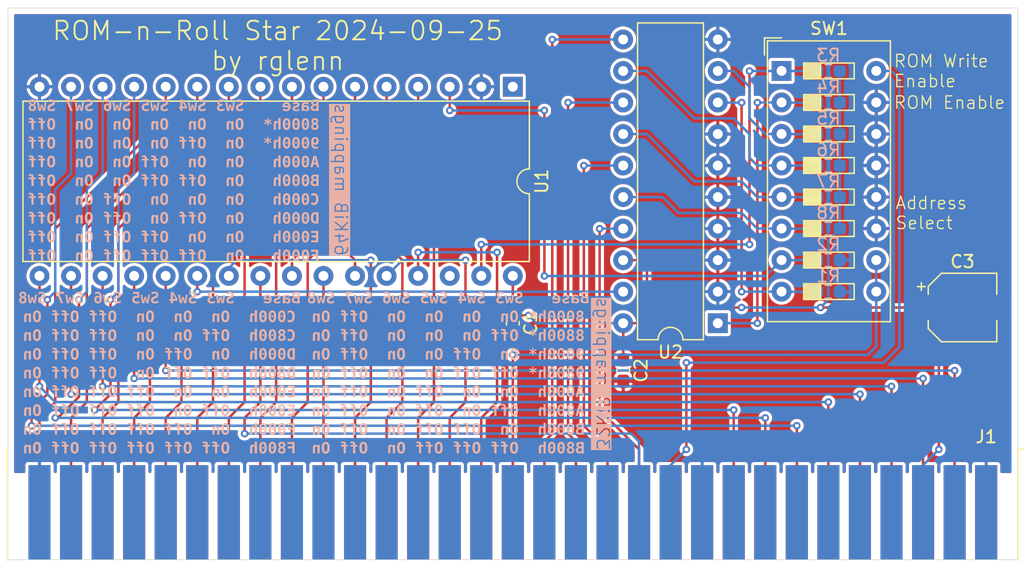
<source format=kicad_pcb>
(kicad_pcb (version 20240108) (generator "pcbnew") (generator_version "8.0")
  (layers (0 "F.Cu" signal) (31 "B.Cu" signal) (34 "B.Paste" user) (35 "F.Paste" user) (36 "B.SilkS" user "B.Silkscreen") (37 "F.SilkS" user "F.Silkscreen") (38 "B.Mask" user) (39 "F.Mask" user) (44 "Edge.Cuts" user))
  (net 0 "")
  (net 1 "GND")
  (net 2 "+5V")
  (net 3 "/IORDY")
  (net 4 "/~{MEMWR}")
  (net 5 "/A13")
  (net 11 "/A15")
  (net 13 "/A11")
  (net 15 "/D2")
  (net 17 "/A0")
  (net 19 "/A16")
  (net 20 "/D1")
  (net 23 "/A9")
  (net 25 "/AEN")
  (net 26 "/A1")
  (net 27 "/A10")
  (net 28 "/A4")
  (net 30 "/A14")
  (net 31 "/A7")
  (net 33 "/A19")
  (net 36 "/D0")
  (net 37 "/D7")
  (net 38 "/A12")
  (net 39 "/A8")
  (net 40 "/D3")
  (net 41 "/D5")
  (net 43 "/RESET")
  (net 44 "/A6")
  (net 46 "/A5")
  (net 50 "/A18")
  (net 52 "/~{MEMRD}")
  (net 53 "/D4")
  (net 55 "/A17")
  (net 56 "/A3")
  (net 57 "/A2")
  (net 60 "/D6")
  (net 61 "/COMPARATOR_A15")
  (net 62 "/FLASH_A15")
  (net 63 "/~{ROMWE}")
  (net 64 "/SW_ROM_EN")
  (net 65 "/SW_ROM_A15")
  (net 66 "/SW_ROM_A16")
  (net 67 "/SW_ROM_A17")
  (net 68 "/SW_ROM_A18")
  (net 69 "Net-(U1-CE)")
  (footprint "Package_DIP:DIP-20_W7.62mm" (layer "F.Cu") (at 130.8 81.275 180)
    (property "Reference" "U2" (at 3.81 -2.33 0) (layer "F.SilkS"))
    (property "Value" "74ALS688")
    (pad "1" thru_hole rect (at 0 0 180) (size 1.6 1.6) (drill 0.8) (layers "*.Cu" "*.Mask") (net 64 "/SW_ROM_EN"))
    (pad "2" thru_hole oval (at 0 2.54 180) (size 1.6 1.6) (drill 0.8) (layers "*.Cu" "*.Mask") (net 1 "GND"))
    (pad "3" thru_hole oval (at 0 5.08 180) (size 1.6 1.6) (drill 0.8) (layers "*.Cu" "*.Mask") (net 1 "GND"))
    (pad "4" thru_hole oval (at 0 7.62 180) (size 1.6 1.6) (drill 0.8) (layers "*.Cu" "*.Mask") (net 1 "GND"))
    (pad "5" thru_hole oval (at 0 10.16 180) (size 1.6 1.6) (drill 0.8) (layers "*.Cu" "*.Mask") (net 1 "GND"))
    (pad "6" thru_hole oval (at 0 12.7 180) (size 1.6 1.6) (drill 0.8) (layers "*.Cu" "*.Mask") (net 1 "GND"))
    (pad "7" thru_hole oval (at 0 15.24 180) (size 1.6 1.6) (drill 0.8) (layers "*.Cu" "*.Mask") (net 1 "GND"))
    (pad "8" thru_hole oval (at 0 17.78 180) (size 1.6 1.6) (drill 0.8) (layers "*.Cu" "*.Mask") (net 61 "/COMPARATOR_A15"))
    (pad "9" thru_hole oval (at 0 20.32 180) (size 1.6 1.6) (drill 0.8) (layers "*.Cu" "*.Mask") (net 65 "/SW_ROM_A15"))
    (pad "10" thru_hole oval (at 0 22.86 180) (size 1.6 1.6) (drill 0.8) (layers "*.Cu" "*.Mask") (net 1 "GND"))
    (pad "11" thru_hole oval (at 7.62 22.86 180) (size 1.6 1.6) (drill 0.8) (layers "*.Cu" "*.Mask") (net 19 "/A16"))
    (pad "12" thru_hole oval (at 7.62 20.32 180) (size 1.6 1.6) (drill 0.8) (layers "*.Cu" "*.Mask") (net 66 "/SW_ROM_A16"))
    (pad "13" thru_hole oval (at 7.62 17.78 180) (size 1.6 1.6) (drill 0.8) (layers "*.Cu" "*.Mask") (net 55 "/A17"))
    (pad "14" thru_hole oval (at 7.62 15.24 180) (size 1.6 1.6) (drill 0.8) (layers "*.Cu" "*.Mask") (net 67 "/SW_ROM_A17"))
    (pad "15" thru_hole oval (at 7.62 12.7 180) (size 1.6 1.6) (drill 0.8) (layers "*.Cu" "*.Mask") (net 50 "/A18"))
    (pad "16" thru_hole oval (at 7.62 10.16 180) (size 1.6 1.6) (drill 0.8) (layers "*.Cu" "*.Mask") (net 68 "/SW_ROM_A18"))
    (pad "17" thru_hole oval (at 7.62 7.62 180) (size 1.6 1.6) (drill 0.8) (layers "*.Cu" "*.Mask") (net 33 "/A19"))
    (pad "18" thru_hole oval (at 7.62 5.08 180) (size 1.6 1.6) (drill 0.8) (layers "*.Cu" "*.Mask") (net 2 "+5V"))
    (pad "19" thru_hole oval (at 7.62 2.54 180) (size 1.6 1.6) (drill 0.8) (layers "*.Cu" "*.Mask") (net 69 "Net-(U1-CE)"))
    (pad "20" thru_hole oval (at 7.62 0 180) (size 1.6 1.6) (drill 0.8) (layers "*.Cu" "*.Mask") (net 2 "+5V"))
  )
  (footprint "Capacitor_SMD:C_0603_1608Metric_Pad1.08x0.95mm_HandSolder" (layer "F.Cu") (at 114.3 81.28 -90)
    (property "Reference" "C1" (at 0 -1.43 90) (layer "F.SilkS"))
    (property "Value" "100n")
    (pad "1" smd roundrect (at -0.8625 0 270) (size 1.075 0.95) (layers "F.Cu" "F.Paste" "F.Mask") (net 2 "+5V"))
    (pad "2" smd roundrect (at 0.8625 0 270) (size 1.075 0.95) (layers "F.Cu" "F.Paste" "F.Mask") (net 1 "GND"))
  )
  (footprint "Capacitor_SMD:C_0603_1608Metric_Pad1.08x0.95mm_HandSolder" (layer "F.Cu") (at 123.19 85.09 -90)
    (property "Reference" "C2" (at 0 -1.43 90) (layer "F.SilkS"))
    (property "Value" "100n")
    (pad "1" smd roundrect (at -0.8625 0 270) (size 1.075 0.95) (layers "F.Cu" "F.Paste" "F.Mask") (net 2 "+5V"))
    (pad "2" smd roundrect (at 0.8625 0 270) (size 1.075 0.95) (layers "F.Cu" "F.Paste" "F.Mask") (net 1 "GND"))
  )
  (footprint "Package_DIP:DIP-32_W15.24mm" (layer "F.Cu") (at 114.3 62.225 -90)
    (property "Reference" "U1" (at 7.62 -2.33 90) (layer "F.SilkS"))
    (property "Value" "SST39SF010")
    (pad "1" thru_hole rect (at 0 0 270) (size 1.6 1.6) (drill 0.8) (layers "*.Cu" "*.Mask"))
    (pad "2" thru_hole oval (at 0 2.54 270) (size 1.6 1.6) (drill 0.8) (layers "*.Cu" "*.Mask") (net 1 "GND"))
    (pad "3" thru_hole oval (at 0 5.08 270) (size 1.6 1.6) (drill 0.8) (layers "*.Cu" "*.Mask") (net 62 "/FLASH_A15"))
    (pad "4" thru_hole oval (at 0 7.62 270) (size 1.6 1.6) (drill 0.8) (layers "*.Cu" "*.Mask") (net 38 "/A12"))
    (pad "5" thru_hole oval (at 0 10.16 270) (size 1.6 1.6) (drill 0.8) (layers "*.Cu" "*.Mask") (net 31 "/A7"))
    (pad "6" thru_hole oval (at 0 12.7 270) (size 1.6 1.6) (drill 0.8) (layers "*.Cu" "*.Mask") (net 44 "/A6"))
    (pad "7" thru_hole oval (at 0 15.24 270) (size 1.6 1.6) (drill 0.8) (layers "*.Cu" "*.Mask") (net 46 "/A5"))
    (pad "8" thru_hole oval (at 0 17.78 270) (size 1.6 1.6) (drill 0.8) (layers "*.Cu" "*.Mask") (net 28 "/A4"))
    (pad "9" thru_hole oval (at 0 20.32 270) (size 1.6 1.6) (drill 0.8) (layers "*.Cu" "*.Mask") (net 56 "/A3"))
    (pad "10" thru_hole oval (at 0 22.86 270) (size 1.6 1.6) (drill 0.8) (layers "*.Cu" "*.Mask") (net 57 "/A2"))
    (pad "11" thru_hole oval (at 0 25.4 270) (size 1.6 1.6) (drill 0.8) (layers "*.Cu" "*.Mask") (net 26 "/A1"))
    (pad "12" thru_hole oval (at 0 27.94 270) (size 1.6 1.6) (drill 0.8) (layers "*.Cu" "*.Mask") (net 17 "/A0"))
    (pad "13" thru_hole oval (at 0 30.48 270) (size 1.6 1.6) (drill 0.8) (layers "*.Cu" "*.Mask") (net 36 "/D0"))
    (pad "14" thru_hole oval (at 0 33.02 270) (size 1.6 1.6) (drill 0.8) (layers "*.Cu" "*.Mask") (net 20 "/D1"))
    (pad "15" thru_hole oval (at 0 35.56 270) (size 1.6 1.6) (drill 0.8) (layers "*.Cu" "*.Mask") (net 15 "/D2"))
    (pad "16" thru_hole oval (at 0 38.1 270) (size 1.6 1.6) (drill 0.8) (layers "*.Cu" "*.Mask") (net 1 "GND"))
    (pad "17" thru_hole oval (at 15.24 38.1 270) (size 1.6 1.6) (drill 0.8) (layers "*.Cu" "*.Mask") (net 40 "/D3"))
    (pad "18" thru_hole oval (at 15.24 35.56 270) (size 1.6 1.6) (drill 0.8) (layers "*.Cu" "*.Mask") (net 53 "/D4"))
    (pad "19" thru_hole oval (at 15.24 33.02 270) (size 1.6 1.6) (drill 0.8) (layers "*.Cu" "*.Mask") (net 41 "/D5"))
    (pad "20" thru_hole oval (at 15.24 30.48 270) (size 1.6 1.6) (drill 0.8) (layers "*.Cu" "*.Mask") (net 60 "/D6"))
    (pad "21" thru_hole oval (at 15.24 27.94 270) (size 1.6 1.6) (drill 0.8) (layers "*.Cu" "*.Mask") (net 37 "/D7"))
    (pad "22" thru_hole oval (at 15.24 25.4 270) (size 1.6 1.6) (drill 0.8) (layers "*.Cu" "*.Mask") (net 69 "Net-(U1-CE)"))
    (pad "23" thru_hole oval (at 15.24 22.86 270) (size 1.6 1.6) (drill 0.8) (layers "*.Cu" "*.Mask") (net 27 "/A10"))
    (pad "24" thru_hole oval (at 15.24 20.32 270) (size 1.6 1.6) (drill 0.8) (layers "*.Cu" "*.Mask") (net 52 "/~{MEMRD}"))
    (pad "25" thru_hole oval (at 15.24 17.78 270) (size 1.6 1.6) (drill 0.8) (layers "*.Cu" "*.Mask") (net 13 "/A11"))
    (pad "26" thru_hole oval (at 15.24 15.24 270) (size 1.6 1.6) (drill 0.8) (layers "*.Cu" "*.Mask") (net 23 "/A9"))
    (pad "27" thru_hole oval (at 15.24 12.7 270) (size 1.6 1.6) (drill 0.8) (layers "*.Cu" "*.Mask") (net 39 "/A8"))
    (pad "28" thru_hole oval (at 15.24 10.16 270) (size 1.6 1.6) (drill 0.8) (layers "*.Cu" "*.Mask") (net 5 "/A13"))
    (pad "29" thru_hole oval (at 15.24 7.62 270) (size 1.6 1.6) (drill 0.8) (layers "*.Cu" "*.Mask") (net 30 "/A14"))
    (pad "30" thru_hole oval (at 15.24 5.08 270) (size 1.6 1.6) (drill 0.8) (layers "*.Cu" "*.Mask"))
    (pad "31" thru_hole oval (at 15.24 2.54 270) (size 1.6 1.6) (drill 0.8) (layers "*.Cu" "*.Mask") (net 63 "/~{ROMWE}"))
    (pad "32" thru_hole oval (at 15.24 0 270) (size 1.6 1.6) (drill 0.8) (layers "*.Cu" "*.Mask") (net 2 "+5V"))
  )
  (footprint "pc-parts:BUS_AT_8BIT" (layer "F.Cu") (at 152.4 96.52)
    (property "Reference" "J1" (at 0 -6.096 0) (layer "F.SilkS"))
    (property "Value" "Bus_ISA_8bit")
    (pad "1" connect rect (at 0 0) (size 1.78 7.62) (layers "B.Cu" "B.Mask") (net 1 "GND"))
    (pad "2" connect rect (at -2.54 0) (size 1.78 7.62) (layers "B.Cu" "B.Mask") (net 43 "/RESET"))
    (pad "3" connect rect (at -5.08 0) (size 1.78 7.62) (layers "B.Cu" "B.Mask") (net 2 "+5V"))
    (pad "4" connect rect (at -7.62 0) (size 1.78 7.62) (layers "B.Cu" "B.Mask"))
    (pad "5" connect rect (at -10.16 0) (size 1.78 7.62) (layers "B.Cu" "B.Mask"))
    (pad "6" connect rect (at -12.7 0) (size 1.78 7.62) (layers "B.Cu" "B.Mask"))
    (pad "7" connect rect (at -15.24 0) (size 1.78 7.62) (layers "B.Cu" "B.Mask"))
    (pad "8" connect rect (at -17.78 0) (size 1.78 7.62) (layers "B.Cu" "B.Mask"))
    (pad "9" connect rect (at -20.32 0) (size 1.78 7.62) (layers "B.Cu" "B.Mask"))
    (pad "10" connect rect (at -22.86 0) (size 1.78 7.62) (layers "B.Cu" "B.Mask") (net 1 "GND"))
    (pad "11" connect rect (at -25.4 0) (size 1.78 7.62) (layers "B.Cu" "B.Mask") (net 4 "/~{MEMWR}"))
    (pad "12" connect rect (at -27.94 0) (size 1.78 7.62) (layers "B.Cu" "B.Mask") (net 52 "/~{MEMRD}"))
    (pad "13" connect rect (at -30.48 0) (size 1.78 7.62) (layers "B.Cu" "B.Mask"))
    (pad "14" connect rect (at -33.02 0) (size 1.78 7.62) (layers "B.Cu" "B.Mask"))
    (pad "15" connect rect (at -35.56 0) (size 1.78 7.62) (layers "B.Cu" "B.Mask"))
    (pad "16" connect rect (at -38.1 0) (size 1.78 7.62) (layers "B.Cu" "B.Mask"))
    (pad "17" connect rect (at -40.64 0) (size 1.78 7.62) (layers "B.Cu" "B.Mask"))
    (pad "18" connect rect (at -43.18 0) (size 1.78 7.62) (layers "B.Cu" "B.Mask"))
    (pad "19" connect rect (at -45.72 0) (size 1.78 7.62) (layers "B.Cu" "B.Mask"))
    (pad "20" connect rect (at -48.26 0) (size 1.78 7.62) (layers "B.Cu" "B.Mask"))
    (pad "21" connect rect (at -50.8 0) (size 1.78 7.62) (layers "B.Cu" "B.Mask"))
    (pad "22" connect rect (at -53.34 0) (size 1.78 7.62) (layers "B.Cu" "B.Mask"))
    (pad "23" connect rect (at -55.88 0) (size 1.78 7.62) (layers "B.Cu" "B.Mask"))
    (pad "24" connect rect (at -58.42 0) (size 1.78 7.62) (layers "B.Cu" "B.Mask"))
    (pad "25" connect rect (at -60.96 0) (size 1.78 7.62) (layers "B.Cu" "B.Mask"))
    (pad "26" connect rect (at -63.5 0) (size 1.78 7.62) (layers "B.Cu" "B.Mask"))
    (pad "27" connect rect (at -66.04 0) (size 1.78 7.62) (layers "B.Cu" "B.Mask"))
    (pad "28" connect rect (at -68.58 0) (size 1.78 7.62) (layers "B.Cu" "B.Mask"))
    (pad "29" connect rect (at -71.12 0) (size 1.78 7.62) (layers "B.Cu" "B.Mask"))
    (pad "30" connect rect (at -73.66 0) (size 1.78 7.62) (layers "B.Cu" "B.Mask"))
    (pad "31" connect rect (at -76.2 0) (size 1.78 7.62) (layers "B.Cu" "B.Mask") (net 1 "GND"))
    (pad "32" connect rect (at 0 0) (size 1.78 7.62) (layers "F.Cu" "F.Mask"))
    (pad "33" connect rect (at -2.54 0) (size 1.78 7.62) (layers "F.Cu" "F.Mask") (net 37 "/D7"))
    (pad "34" connect rect (at -5.08 0) (size 1.78 7.62) (layers "F.Cu" "F.Mask") (net 60 "/D6"))
    (pad "35" connect rect (at -7.62 0) (size 1.78 7.62) (layers "F.Cu" "F.Mask") (net 41 "/D5"))
    (pad "36" connect rect (at -10.16 0) (size 1.78 7.62) (layers "F.Cu" "F.Mask") (net 53 "/D4"))
    (pad "37" connect rect (at -12.7 0) (size 1.78 7.62) (layers "F.Cu" "F.Mask") (net 40 "/D3"))
    (pad "38" connect rect (at -15.24 0) (size 1.78 7.62) (layers "F.Cu" "F.Mask") (net 15 "/D2"))
    (pad "39" connect rect (at -17.78 0) (size 1.78 7.62) (layers "F.Cu" "F.Mask") (net 20 "/D1"))
    (pad "40" connect rect (at -20.32 0) (size 1.78 7.62) (layers "F.Cu" "F.Mask") (net 36 "/D0"))
    (pad "41" connect rect (at -22.86 0) (size 1.78 7.62) (layers "F.Cu" "F.Mask") (net 3 "/IORDY"))
    (pad "42" connect rect (at -25.4 0) (size 1.78 7.62) (layers "F.Cu" "F.Mask") (net 25 "/AEN"))
    (pad "43" connect rect (at -27.94 0) (size 1.78 7.62) (layers "F.Cu" "F.Mask") (net 33 "/A19"))
    (pad "44" connect rect (at -30.48 0) (size 1.78 7.62) (layers "F.Cu" "F.Mask") (net 50 "/A18"))
    (pad "45" connect rect (at -33.02 0) (size 1.78 7.62) (layers "F.Cu" "F.Mask") (net 55 "/A17"))
    (pad "46" connect rect (at -35.56 0) (size 1.78 7.62) (layers "F.Cu" "F.Mask") (net 19 "/A16"))
    (pad "47" connect rect (at -38.1 0) (size 1.78 7.62) (layers "F.Cu" "F.Mask") (net 11 "/A15"))
    (pad "48" connect rect (at -40.64 0) (size 1.78 7.62) (layers "F.Cu" "F.Mask") (net 30 "/A14"))
    (pad "49" connect rect (at -43.18 0) (size 1.78 7.62) (layers "F.Cu" "F.Mask") (net 5 "/A13"))
    (pad "50" connect rect (at -45.72 0) (size 1.78 7.62) (layers "F.Cu" "F.Mask") (net 38 "/A12"))
    (pad "51" connect rect (at -48.26 0) (size 1.78 7.62) (layers "F.Cu" "F.Mask") (net 13 "/A11"))
    (pad "52" connect rect (at -50.8 0) (size 1.78 7.62) (layers "F.Cu" "F.Mask") (net 27 "/A10"))
    (pad "53" connect rect (at -53.34 0) (size 1.78 7.62) (layers "F.Cu" "F.Mask") (net 23 "/A9"))
    (pad "54" connect rect (at -55.88 0) (size 1.78 7.62) (layers "F.Cu" "F.Mask") (net 39 "/A8"))
    (pad "55" connect rect (at -58.42 0) (size 1.78 7.62) (layers "F.Cu" "F.Mask") (net 31 "/A7"))
    (pad "56" connect rect (at -60.96 0) (size 1.78 7.62) (layers "F.Cu" "F.Mask") (net 44 "/A6"))
    (pad "57" connect rect (at -63.5 0) (size 1.78 7.62) (layers "F.Cu" "F.Mask") (net 46 "/A5"))
    (pad "58" connect rect (at -66.04 0) (size 1.78 7.62) (layers "F.Cu" "F.Mask") (net 28 "/A4"))
    (pad "59" connect rect (at -68.58 0) (size 1.78 7.62) (layers "F.Cu" "F.Mask") (net 56 "/A3"))
    (pad "60" connect rect (at -71.12 0) (size 1.78 7.62) (layers "F.Cu" "F.Mask") (net 57 "/A2"))
    (pad "61" connect rect (at -73.66 0) (size 1.78 7.62) (layers "F.Cu" "F.Mask") (net 26 "/A1"))
    (pad "62" connect rect (at -76.2 0) (size 1.78 7.62) (layers "F.Cu" "F.Mask") (net 17 "/A0"))
  )
  (footprint "Capacitor_SMD:CP_Elec_5x5.3" (layer "F.Cu") (at 150.495 80.01)
    (property "Reference" "C3" (at 0 -3.7 0) (layer "F.SilkS"))
    (property "Value" "22u")
    (pad "1" smd roundrect (at -2.2 0) (size 3 1.6) (layers "F.Cu" "F.Paste" "F.Mask") (roundrect_rratio 0.15625) (net 2 "+5V"))
    (pad "2" smd roundrect (at 2.2 0) (size 3 1.6) (layers "F.Cu" "F.Paste" "F.Mask") (roundrect_rratio 0.15625) (net 1 "GND"))
  )
  (footprint "Button_Switch_THT:SW_DIP_SPSTx08_Slide_9.78x22.5mm_W7.62mm_P2.54mm" (layer "F.Cu") (at 135.9325 60.95)
    (property "Reference" "SW1" (at 3.81 -3.42 0) (layer "F.SilkS"))
    (property "Value" "SW_DIP_x08")
    (pad "1" thru_hole rect (at 0 0) (size 1.6 1.6) (drill 0.8) (layers "*.Cu" "*.Mask") (net 63 "/~{ROMWE}"))
    (pad "2" thru_hole oval (at 0 2.54) (size 1.6 1.6) (drill 0.8) (layers "*.Cu" "*.Mask") (net 64 "/SW_ROM_EN"))
    (pad "3" thru_hole oval (at 0 5.08) (size 1.6 1.6) (drill 0.8) (layers "*.Cu" "*.Mask") (net 65 "/SW_ROM_A15"))
    (pad "4" thru_hole oval (at 0 7.62) (size 1.6 1.6) (drill 0.8) (layers "*.Cu" "*.Mask") (net 66 "/SW_ROM_A16"))
    (pad "5" thru_hole oval (at 0 10.16) (size 1.6 1.6) (drill 0.8) (layers "*.Cu" "*.Mask") (net 67 "/SW_ROM_A17"))
    (pad "6" thru_hole oval (at 0 12.7) (size 1.6 1.6) (drill 0.8) (layers "*.Cu" "*.Mask") (net 68 "/SW_ROM_A18"))
    (pad "7" thru_hole oval (at 0 15.24) (size 1.6 1.6) (drill 0.8) (layers "*.Cu" "*.Mask") (net 62 "/FLASH_A15"))
    (pad "8" thru_hole oval (at 0 17.78) (size 1.6 1.6) (drill 0.8) (layers "*.Cu" "*.Mask") (net 61 "/COMPARATOR_A15"))
    (pad "9" thru_hole oval (at 7.62 17.78) (size 1.6 1.6) (drill 0.8) (layers "*.Cu" "*.Mask") (net 11 "/A15"))
    (pad "10" thru_hole oval (at 7.62 15.24) (size 1.6 1.6) (drill 0.8) (layers "*.Cu" "*.Mask") (net 11 "/A15"))
    (pad "11" thru_hole oval (at 7.62 12.7) (size 1.6 1.6) (drill 0.8) (layers "*.Cu" "*.Mask") (net 1 "GND"))
    (pad "12" thru_hole oval (at 7.62 10.16) (size 1.6 1.6) (drill 0.8) (layers "*.Cu" "*.Mask") (net 1 "GND"))
    (pad "13" thru_hole oval (at 7.62 7.62) (size 1.6 1.6) (drill 0.8) (layers "*.Cu" "*.Mask") (net 1 "GND"))
    (pad "14" thru_hole oval (at 7.62 5.08) (size 1.6 1.6) (drill 0.8) (layers "*.Cu" "*.Mask") (net 1 "GND"))
    (pad "15" thru_hole oval (at 7.62 2.54) (size 1.6 1.6) (drill 0.8) (layers "*.Cu" "*.Mask") (net 1 "GND"))
    (pad "16" thru_hole oval (at 7.62 0) (size 1.6 1.6) (drill 0.8) (layers "*.Cu" "*.Mask") (net 4 "/~{MEMWR}"))
  )
  (footprint "Resistor_SMD:R_0603_1608Metric_Pad0.98x0.95mm_HandSolder" (layer "B.Cu") (at 139.7 66.04 180)
    (property "Reference" "R5" (at 0 1.27 0) (layer "B.SilkS") (effects (justify mirror)))
    (property "Value" "10K")
    (pad "1" smd roundrect (at -0.9125 0 180) (size 0.975 0.95) (layers "B.Cu" "B.Paste" "B.Mask") (net 2 "+5V"))
    (pad "2" smd roundrect (at 0.9125 0 180) (size 0.975 0.95) (layers "B.Cu" "B.Paste" "B.Mask") (net 65 "/SW_ROM_A15"))
  )
  (footprint "Resistor_SMD:R_0603_1608Metric_Pad0.98x0.95mm_HandSolder" (layer "B.Cu") (at 139.7 78.74)
    (property "Reference" "R1" (at 0 -1.27 0) (layer "B.SilkS") (effects (justify mirror)))
    (property "Value" "10K")
    (pad "1" smd roundrect (at -0.9125 0) (size 0.975 0.95) (layers "B.Cu" "B.Paste" "B.Mask") (net 61 "/COMPARATOR_A15"))
    (pad "2" smd roundrect (at 0.9125 0) (size 0.975 0.95) (layers "B.Cu" "B.Paste" "B.Mask") (net 1 "GND"))
  )
  (footprint "Resistor_SMD:R_0603_1608Metric_Pad0.98x0.95mm_HandSolder" (layer "B.Cu") (at 139.7 63.5 180)
    (property "Reference" "R4" (at 0 1.27 0) (layer "B.SilkS") (effects (justify mirror)))
    (property "Value" "10K")
    (pad "1" smd roundrect (at -0.9125 0 180) (size 0.975 0.95) (layers "B.Cu" "B.Paste" "B.Mask") (net 2 "+5V"))
    (pad "2" smd roundrect (at 0.9125 0 180) (size 0.975 0.95) (layers "B.Cu" "B.Paste" "B.Mask") (net 64 "/SW_ROM_EN"))
  )
  (footprint "Resistor_SMD:R_0603_1608Metric_Pad0.98x0.95mm_HandSolder" (layer "B.Cu") (at 139.7 71.12 180)
    (property "Reference" "R7" (at 0 1.27 0) (layer "B.SilkS") (effects (justify mirror)))
    (property "Value" "10K")
    (pad "1" smd roundrect (at -0.9125 0 180) (size 0.975 0.95) (layers "B.Cu" "B.Paste" "B.Mask") (net 2 "+5V"))
    (pad "2" smd roundrect (at 0.9125 0 180) (size 0.975 0.95) (layers "B.Cu" "B.Paste" "B.Mask") (net 67 "/SW_ROM_A17"))
  )
  (footprint "Resistor_SMD:R_0603_1608Metric_Pad0.98x0.95mm_HandSolder" (layer "B.Cu") (at 139.7 68.58 180)
    (property "Reference" "R6" (at 0 1.27 0) (layer "B.SilkS") (effects (justify mirror)))
    (property "Value" "10K")
    (pad "1" smd roundrect (at -0.9125 0 180) (size 0.975 0.95) (layers "B.Cu" "B.Paste" "B.Mask") (net 2 "+5V"))
    (pad "2" smd roundrect (at 0.9125 0 180) (size 0.975 0.95) (layers "B.Cu" "B.Paste" "B.Mask") (net 66 "/SW_ROM_A16"))
  )
  (footprint "Resistor_SMD:R_0603_1608Metric_Pad0.98x0.95mm_HandSolder" (layer "B.Cu") (at 139.7 73.66 180)
    (property "Reference" "R8" (at 0 1.27 0) (layer "B.SilkS") (effects (justify mirror)))
    (property "Value" "10K")
    (pad "1" smd roundrect (at -0.9125 0 180) (size 0.975 0.95) (layers "B.Cu" "B.Paste" "B.Mask") (net 2 "+5V"))
    (pad "2" smd roundrect (at 0.9125 0 180) (size 0.975 0.95) (layers "B.Cu" "B.Paste" "B.Mask") (net 68 "/SW_ROM_A18"))
  )
  (footprint "Resistor_SMD:R_0603_1608Metric_Pad0.98x0.95mm_HandSolder" (layer "B.Cu") (at 139.7 76.2 180)
    (property "Reference" "R2" (at 0 1.27 0) (layer "B.SilkS") (effects (justify mirror)))
    (property "Value" "10K")
    (pad "1" smd roundrect (at -0.9125 0 180) (size 0.975 0.95) (layers "B.Cu" "B.Paste" "B.Mask") (net 1 "GND"))
    (pad "2" smd roundrect (at 0.9125 0 180) (size 0.975 0.95) (layers "B.Cu" "B.Paste" "B.Mask") (net 62 "/FLASH_A15"))
  )
  (footprint "Resistor_SMD:R_0603_1608Metric_Pad0.98x0.95mm_HandSolder" (layer "B.Cu") (at 139.7 60.96 180)
    (property "Reference" "R3" (at 0 1.27 0) (layer "B.SilkS") (effects (justify mirror)))
    (property "Value" "10K")
    (pad "1" smd roundrect (at -0.9125 0 180) (size 0.975 0.95) (layers "B.Cu" "B.Paste" "B.Mask") (net 2 "+5V"))
    (pad "2" smd roundrect (at 0.9125 0 180) (size 0.975 0.95) (layers "B.Cu" "B.Paste" "B.Mask") (net 63 "/~{ROMWE}"))
  )
  (gr_line (start 73.66 100.33) (end 154.94 100.33) (stroke (width 0.05)) (layer "Edge.Cuts"))
  (gr_line (start 154.94 55.88) (end 73.66 55.88) (stroke (width 0.05)) (layer "Edge.Cuts"))
  (gr_line (start 154.94 100.33) (end 154.94 55.88) (stroke (width 0.05)) (layer "Edge.Cuts"))
  (gr_line (start 73.66 55.88) (end 73.66 100.33) (stroke (width 0.05)) (layer "Edge.Cuts"))
  (gr_text "Base   Sw3 Sw4 Sw5 Sw6 Sw7 Sw8\n8000h* On  On  On  On  Off On\n8800h* Off On  On  On  Off On\n9000h* On  Off On  On  Off On\n9800h* Off Off On  On  Off On\nA000h  On  On  Off On  Off On\nA800h  Off On  Off On  Off On\nB000h  On  Off Off On  Off On\nB800h  Off Off Off On  Off On" (at 109.093 85.344 0) (layer "B.SilkS") (effects (font (size 0.9 0.9) (thickness 0.2) (bold yes)) (justify mirror)))
  (gr_text "64KiB mappings" (at 100.457 69.723 -90) (layer "B.SilkS" knockout) (effects (font (size 1 1) (thickness 0.1)) (justify mirror)))
  (gr_text "32KiB mappings" (at 121.539 85.344 270) (layer "B.SilkS" knockout) (effects (font (size 1 1) (thickness 0.1)) (justify mirror)))
  (gr_text "Base    Sw3 Sw4 Sw5 Sw6 Sw7 Sw8\n8000h*  On  On  On  On  On  Off\n9000h*  On  Off On  On  On  Off\nA000h   On  On  Off On  On  Off\nB000h   On  Off Off On  On  Off\nC000h   On  On  On  Off On  Off\nD000h   On  Off On  Off On  Off\nE000h   On  On  Off Off On  Off\nF000h   On  Off Off Off On  Off" (at 86.995 69.85 0) (layer "B.SilkS") (effects (font (size 0.9 0.9) (thickness 0.2) (bold yes)) (justify mirror)))
  (gr_text "Base   Sw3 Sw4 Sw5 Sw6 Sw7 Sw8\nC000h  On  On  On  Off Off On\nC800h  Off On  On  Off Off On\nD000h  On  Off On  Off Off On\nD800h  Off Off On  Off Off On\nE000h  On  On  Off Off Off On\nE800h  Off On  Off Off Off On\nF000h  On  Off Off Off Off On\nF800h  Off Off Off Off Off On" (at 85.852 85.344 0) (layer "B.SilkS") (effects (font (size 0.9 0.9) (thickness 0.2) (bold yes)) (justify mirror)))
  (gr_text "ROM Write\nEnable" (at 144.907 60.96 0) (layer "F.SilkS") (effects (font (size 1 1) (thickness 0.1)) (justify left)))
  (gr_text "ROM Enable" (at 144.907 63.5 0) (layer "F.SilkS") (effects (font (size 1 1) (thickness 0.1)) (justify left)))
  (gr_text "ROM-n-Roll Star 2024-09-25\nby rglenn" (at 95.377 58.928 0) (layer "F.SilkS") (effects (font (size 1.5 1.5))))
  (gr_text "Address\nSelect" (at 145.034 72.39 0) (layer "F.SilkS") (effects (font (size 1 1) (thickness 0.1)) (justify left)))
  (segment (start 115.57 80.645) (end 114.5275 80.645) (width 0.2) (layer "F.Cu") (net 2))
  (segment (start 139.065 80.01) (end 148.295 80.01) (width 0.2) (layer "F.Cu") (net 2))
  (segment (start 114.3 80.4175) (end 114.3 77.465) (width 0.2) (layer "F.Cu") (net 2))
  (segment (start 148.59 80.305) (end 148.295 80.01) (width 0.2) (layer "F.Cu") (net 2))
  (segment (start 124.455 76.195) (end 123.18 76.195) (width 0.2) (layer "F.Cu") (net 2))
  (segment (start 114.5275 80.645) (end 114.3 80.4175) (width 0.2) (layer "F.Cu") (net 2))
  (segment (start 125.095 80.01) (end 132.715 80.01) (width 0.2) (layer "F.Cu") (net 2))
  (segment (start 125.095 76.835) (end 124.455 76.195) (width 0.2) (layer "F.Cu") (net 2))
  (segment (start 125.095 80.01) (end 125.095 76.835) (width 0.2) (layer "F.Cu") (net 2))
  (segment (start 123.19 84.2275) (end 123.19 81.285) (width 0.2) (layer "F.Cu") (net 2))
  (segment (start 125.095 80.645) (end 125.095 80.01) (width 0.2) (layer "F.Cu") (net 2))
  (segment (start 123.18 81.275) (end 124.465 81.275) (width 0.2) (layer "F.Cu") (net 2))
  (segment (start 124.465 81.275) (end 125.095 80.645) (width 0.2) (layer "F.Cu") (net 2))
  (segment (start 148.59 91.44) (end 148.59 80.305) (width 0.2) (layer "F.Cu") (net 2))
  (segment (start 123.19 81.285) (end 123.18 81.275) (width 0.2) (layer "F.Cu") (net 2))
  (via (at 115.57 80.645) (size 0.6) (drill 0.3) (layers "F.Cu" "B.Cu") (net 2))
  (via (at 139.065 80.01) (size 0.6) (drill 0.3) (layers "F.Cu" "B.Cu") (net 2))
  (via (at 132.715 80.01) (size 0.6) (drill 0.3) (layers "F.Cu" "B.Cu") (net 2))
  (via (at 148.59 91.44) (size 0.6) (drill 0.3) (layers "F.Cu" "B.Cu") (net 2))
  (segment (start 140.6125 68.58) (end 140.6125 71.12) (width 0.2) (layer "B.Cu") (net 2))
  (segment (start 140.6125 60.96) (end 140.6125 63.5) (width 0.2) (layer "B.Cu") (net 2))
  (segment (start 140.6125 63.5) (end 140.6125 66.04) (width 0.2) (layer "B.Cu") (net 2))
  (segment (start 139.7 74.5725) (end 140.6125 73.66) (width 0.2) (layer "B.Cu") (net 2))
  (segment (start 147.32 96.52) (end 147.32 92.71) (width 0.2) (layer "B.Cu") (net 2))
  (segment (start 139.065 80.01) (end 139.7 79.375) (width 0.2) (layer "B.Cu") (net 2))
  (segment (start 132.715 80.01) (end 139.065 80.01) (width 0.2) (layer "B.Cu") (net 2))
  (segment (start 116.2 81.275) (end 115.57 80.645) (width 0.2) (layer "B.Cu") (net 2))
  (segment (start 147.32 92.71) (end 148.59 91.44) (width 0.2) (layer "B.Cu") (net 2))
  (segment (start 140.6125 66.04) (end 140.6125 68.58) (width 0.2) (layer "B.Cu") (net 2))
  (segment (start 123.18 81.275) (end 116.2 81.275) (width 0.2) (layer "B.Cu") (net 2))
  (segment (start 139.7 79.375) (end 139.7 74.5725) (width 0.2) (layer "B.Cu") (net 2))
  (segment (start 140.6125 71.12) (end 140.6125 73.66) (width 0.2) (layer "B.Cu") (net 2))
  (segment (start 128.27 91.44) (end 128.27 84.455) (width 0.2) (layer "F.Cu") (net 4))
  (via (at 128.27 84.455) (size 0.6) (drill 0.3) (layers "F.Cu" "B.Cu") (net 4))
  (via (at 128.27 91.44) (size 0.6) (drill 0.3) (layers "F.Cu" "B.Cu") (net 4))
  (segment (start 144.77 60.95) (end 143.5525 60.95) (width 0.2) (layer "B.Cu") (net 4))
  (segment (start 127 92.71) (end 128.27 91.44) (width 0.2) (layer "B.Cu") (net 4))
  (segment (start 145.415 83.185) (end 145.415 61.595) (width 0.2) (layer "B.Cu") (net 4))
  (segment (start 127 96.52) (end 127 92.71) (width 0.2) (layer "B.Cu") (net 4))
  (segment (start 144.145 84.455) (end 145.415 83.185) (width 0.2) (layer "B.Cu") (net 4))
  (segment (start 145.415 61.595) (end 144.77 60.95) (width 0.2) (layer "B.Cu") (net 4))
  (segment (start 128.27 84.455) (end 144.145 84.455) (width 0.2) (layer "B.Cu") (net 4))
  (segment (start 110.49 87.63) (end 110.49 76.2) (width 0.2) (layer "F.Cu") (net 5))
  (segment (start 109.22 88.9) (end 110.49 87.63) (width 0.2) (layer "F.Cu") (net 5))
  (segment (start 109.22 96.52) (end 109.22 88.9) (width 0.2) (layer "F.Cu") (net 5))
  (via (at 110.49 76.2) (size 0.6) (drill 0.3) (layers "F.Cu" "B.Cu") (net 5))
  (segment (start 105.405 76.2) (end 104.14 77.465) (width 0.2) (layer "B.Cu") (net 5))
  (segment (start 110.49 76.2) (end 105.405 76.2) (width 0.2) (layer "B.Cu") (net 5))
  (segment (start 114.3 83.82) (end 114.3 96.52) (width 0.2) (layer "F.Cu") (net 11))
  (via (at 114.3 83.82) (size 0.6) (drill 0.3) (layers "F.Cu" "B.Cu") (net 11))
  (segment (start 143.5525 78.73) (end 143.5525 83.1425) (width 0.2) (layer "B.Cu") (net 11))
  (segment (start 143.5525 76.19) (end 143.5525 78.73) (width 0.2) (layer "B.Cu") (net 11))
  (segment (start 136.525 83.82) (end 114.3 83.82) (width 0.2) (layer "B.Cu") (net 11))
  (segment (start 143.5525 83.1425) (end 142.875 83.82) (width 0.2) (layer "B.Cu") (net 11))
  (segment (start 142.875 83.82) (end 136.525 83.82) (width 0.2) (layer "B.Cu") (net 11))
  (segment (start 104.14 88.9) (end 105.41 87.63) (width 0.2) (layer "F.Cu") (net 13))
  (segment (start 104.14 74.93) (end 97.79 74.93) (width 0.2) (layer "F.Cu") (net 13))
  (segment (start 105.41 76.2) (end 104.14 74.93) (width 0.2) (layer "F.Cu") (net 13))
  (segment (start 105.41 87.63) (end 105.41 76.2) (width 0.2) (layer "F.Cu") (net 13))
  (segment (start 96.52 76.2) (end 96.52 77.465) (width 0.2) (layer "F.Cu") (net 13))
  (segment (start 104.14 96.52) (end 104.14 88.9) (width 0.2) (layer "F.Cu") (net 13))
  (segment (start 97.79 74.93) (end 96.52 76.2) (width 0.2) (layer "F.Cu") (net 13))
  (segment (start 137.16 96.52) (end 137.16 89.535) (width 0.2) (layer "F.Cu") (net 15))
  (segment (start 76.835 86.995) (end 76.835 79.375) (width 0.2) (layer "F.Cu") (net 15))
  (segment (start 75.565 89.535) (end 75.565 88.265) (width 0.2) (layer "F.Cu") (net 15))
  (segment (start 75.565 88.265) (end 76.835 86.995) (width 0.2) (layer "F.Cu") (net 15))
  (via (at 137.16 89.535) (size 0.6) (drill 0.3) (layers "F.Cu" "B.Cu") (net 15))
  (via (at 76.835 79.375) (size 0.6) (drill 0.3) (layers "F.Cu" "B.Cu") (net 15))
  (via (at 75.565 89.535) (size 0.6) (drill 0.3) (layers "F.Cu" "B.Cu") (net 15))
  (segment (start 76.835 79.375) (end 77.47 78.74) (width 0.2) (layer "B.Cu") (net 15))
  (segment (start 77.47 78.74) (end 77.47 70.485) (width 0.2) (layer "B.Cu") (net 15))
  (segment (start 78.74 69.215) (end 78.74 62.225) (width 0.2) (layer "B.Cu") (net 15))
  (segment (start 77.47 70.485) (end 78.74 69.215) (width 0.2) (layer "B.Cu") (net 15))
  (segment (start 75.565 89.535) (end 137.16 89.535) (width 0.2) (layer "B.Cu") (net 15))
  (segment (start 86.36 62.225) (end 86.36 64.77) (width 0.2) (layer "F.Cu") (net 17))
  (segment (start 86.36 64.77) (end 77.47 73.66) (width 0.2) (layer "F.Cu") (net 17))
  (segment (start 77.47 73.66) (end 77.47 87.63) (width 0.2) (layer "F.Cu") (net 17))
  (segment (start 77.47 87.63) (end 76.2 88.9) (width 0.2) (layer "F.Cu") (net 17))
  (segment (start 76.2 88.9) (end 76.2 96.52) (width 0.2) (layer "F.Cu") (net 17))
  (segment (start 117.475 58.42) (end 117.475 90.17) (width 0.2) (layer "F.Cu") (net 19))
  (segment (start 116.84 90.805) (end 116.84 96.52) (width 0.2) (layer "F.Cu") (net 19))
  (segment (start 117.475 90.17) (end 116.84 90.805) (width 0.2) (layer "F.Cu") (net 19))
  (via (at 117.475 58.42) (size 0.6) (drill 0.3) (layers "F.Cu" "B.Cu") (net 19))
  (segment (start 117.48 58.415) (end 117.475 58.42) (width 0.2) (layer "B.Cu") (net 19))
  (segment (start 123.18 58.415) (end 117.48 58.415) (width 0.2) (layer "B.Cu") (net 19))
  (segment (start 77.47 88.9) (end 77.683529 88.9) (width 0.2) (layer "F.Cu") (net 20))
  (segment (start 79.375 87.208529) (end 79.375 79.375) (width 0.2) (layer "F.Cu") (net 20))
  (segment (start 77.683529 88.9) (end 79.375 87.208529) (width 0.2) (layer "F.Cu") (net 20))
  (segment (start 134.62 88.9) (end 134.62 96.52) (width 0.2) (layer "F.Cu") (net 20))
  (via (at 77.47 88.9) (size 0.6) (drill 0.3) (layers "F.Cu" "B.Cu") (net 20))
  (via (at 79.375 79.375) (size 0.6) (drill 0.3) (layers "F.Cu" "B.Cu") (net 20))
  (via (at 134.62 88.9) (size 0.6) (drill 0.3) (layers "F.Cu" "B.Cu") (net 20))
  (segment (start 80.01 70.485) (end 81.28 69.215) (width 0.2) (layer "B.Cu") (net 20))
  (segment (start 81.28 69.215) (end 81.28 62.225) (width 0.2) (layer "B.Cu") (net 20))
  (segment (start 77.47 88.9) (end 134.62 88.9) (width 0.2) (layer "B.Cu") (net 20))
  (segment (start 80.01 78.74) (end 80.01 70.485) (width 0.2) (layer "B.Cu") (net 20))
  (segment (start 79.375 79.375) (end 80.01 78.74) (width 0.2) (layer "B.Cu") (net 20))
  (segment (start 99.06 96.52) (end 99.06 77.465) (width 0.2) (layer "F.Cu") (net 23))
  (segment (start 88.9 64.77) (end 80.01 73.66) (width 0.2) (layer "F.Cu") (net 26))
  (segment (start 80.01 87.63) (end 78.74 88.9) (width 0.2) (layer "F.Cu") (net 26))
  (segment (start 88.9 62.225) (end 88.9 64.77) (width 0.2) (layer "F.Cu") (net 26))
  (segment (start 80.01 73.66) (end 80.01 87.63) (width 0.2) (layer "F.Cu") (net 26))
  (segment (start 78.74 88.9) (end 78.74 96.52) (width 0.2) (layer "F.Cu") (net 26))
  (segment (start 101.6 88.9) (end 102.87 87.63) (width 0.2) (layer "F.Cu") (net 27))
  (segment (start 101.6 96.52) (end 101.6 88.9) (width 0.2) (layer "F.Cu") (net 27))
  (segment (start 102.87 87.63) (end 102.87 76.2) (width 0.2) (layer "F.Cu") (net 27))
  (via (at 102.87 76.2) (size 0.6) (drill 0.3) (layers "F.Cu" "B.Cu") (net 27))
  (segment (start 91.44 76.835) (end 91.44 77.465) (width 0.2) (layer "B.Cu") (net 27))
  (segment (start 102.87 76.2) (end 92.075 76.2) (width 0.2) (layer "B.Cu") (net 27))
  (segment (start 92.075 76.2) (end 91.44 76.835) (width 0.2) (layer "B.Cu") (net 27))
  (segment (start 87.63 87.63) (end 86.36 88.9) (width 0.2) (layer "F.Cu") (net 28))
  (segment (start 96.52 62.225) (end 96.52 64.77) (width 0.2) (layer "F.Cu") (net 28))
  (segment (start 87.63 73.66) (end 87.63 87.63) (width 0.2) (layer "F.Cu") (net 28))
  (segment (start 96.52 64.77) (end 87.63 73.66) (width 0.2) (layer "F.Cu") (net 28))
  (segment (start 86.36 88.9) (end 86.36 96.52) (width 0.2) (layer "F.Cu") (net 28))
  (segment (start 111.76 88.9) (end 113.03 87.63) (width 0.2) (layer "F.Cu") (net 30))
  (segment (start 106.68 75.565) (end 106.68 77.465) (width 0.2) (layer "F.Cu") (net 30))
  (segment (start 113.03 87.63) (end 113.03 75.565) (width 0.2) (layer "F.Cu") (net 30))
  (segment (start 111.76 96.52) (end 111.76 88.9) (width 0.2) (layer "F.Cu") (net 30))
  (via (at 113.03 75.565) (size 0.6) (drill 0.3) (layers "F.Cu" "B.Cu") (net 30))
  (via (at 106.68 75.565) (size 0.6) (drill 0.3) (layers "F.Cu" "B.Cu") (net 30))
  (segment (start 113.03 75.565) (end 106.68 75.565) (width 0.2) (layer "B.Cu") (net 30))
  (segment (start 104.14 62.225) (end 104.14 64.77) (width 0.2) (layer "F.Cu") (net 31))
  (segment (start 104.14 64.77) (end 95.25 73.66) (width 0.2) (layer "F.Cu") (net 31))
  (segment (start 93.98 88.9) (end 93.98 96.52) (width 0.2) (layer "F.Cu") (net 31))
  (segment (start 95.25 73.66) (end 95.25 87.63) (width 0.2) (layer "F.Cu") (net 31))
  (segment (start 95.25 87.63) (end 93.98 88.9) (width 0.2) (layer "F.Cu") (net 31))
  (segment (start 121.285 88.265) (end 124.46 91.44) (width 0.2) (layer "F.Cu") (net 33))
  (segment (start 121.285 73.66) (end 121.285 88.265) (width 0.2) (layer "F.Cu") (net 33))
  (segment (start 124.46 91.44) (end 124.46 96.52) (width 0.2) (layer "F.Cu") (net 33))
  (via (at 121.285 73.66) (size 0.6) (drill 0.3) (layers "F.Cu" "B.Cu") (net 33))
  (segment (start 121.29 73.655) (end 121.285 73.66) (width 0.2) (layer "B.Cu") (net 33))
  (segment (start 123.18 73.655) (end 121.29 73.655) (width 0.2) (layer "B.Cu") (net 33))
  (segment (start 81.915 86.995) (end 81.915 79.375) (width 0.2) (layer "F.Cu") (net 36))
  (segment (start 80.645 88.265) (end 81.915 86.995) (width 0.2) (layer "F.Cu") (net 36))
  (segment (start 132.08 88.265) (end 132.08 96.52) (width 0.2) (layer "F.Cu") (net 36))
  (via (at 132.08 88.265) (size 0.6) (drill 0.3) (layers "F.Cu" "B.Cu") (net 36))
  (via (at 80.645 88.265) (size 0.6) (drill 0.3) (layers "F.Cu" "B.Cu") (net 36))
  (via (at 81.915 79.375) (size 0.6) (drill 0.3) (layers "F.Cu" "B.Cu") (net 36))
  (segment (start 82.55 78.74) (end 82.55 70.485) (width 0.2) (layer "B.Cu") (net 36))
  (segment (start 80.645 88.265) (end 132.08 88.265) (width 0.2) (layer "B.Cu") (net 36))
  (segment (start 83.82 69.215) (end 83.82 62.225) (width 0.2) (layer "B.Cu") (net 36))
  (segment (start 81.915 79.375) (end 82.55 78.74) (width 0.2) (layer "B.Cu") (net 36))
  (segment (start 82.55 70.485) (end 83.82 69.215) (width 0.2) (layer "B.Cu") (net 36))
  (segment (start 149.86 85.09) (end 149.86 96.52) (width 0.2) (layer "F.Cu") (net 37))
  (segment (start 86.36 77.465) (end 86.36 85.09) (width 0.2) (layer "F.Cu") (net 37))
  (via (at 86.36 85.09) (size 0.6) (drill 0.3) (layers "F.Cu" "B.Cu") (net 37))
  (via (at 149.86 85.09) (size 0.6) (drill 0.3) (layers "F.Cu" "B.Cu") (net 37))
  (segment (start 86.36 85.09) (end 149.86 85.09) (width 0.2) (layer "B.Cu") (net 37))
  (segment (start 107.95 87.63) (end 107.95 70.485) (width 0.2) (layer "F.Cu") (net 38))
  (segment (start 106.68 88.9) (end 107.95 87.63) (width 0.2) (layer "F.Cu") (net 38))
  (segment (start 107.95 70.485) (end 106.68 69.215) (width 0.2) (layer "F.Cu") (net 38))
  (segment (start 106.68 96.52) (end 106.68 88.9) (width 0.2) (layer "F.Cu") (net 38))
  (segment (start 106.68 69.215) (end 106.68 62.225) (width 0.2) (layer "F.Cu") (net 38))
  (segment (start 97.79 87.63) (end 97.79 76.2) (width 0.2) (layer "F.Cu") (net 39))
  (segment (start 98.425 75.565) (end 100.965 75.565) (width 0.2) (layer "F.Cu") (net 39))
  (segment (start 101.6 76.2) (end 101.6 77.465) (width 0.2) (layer "F.Cu") (net 39))
  (segment (start 97.79 76.2) (end 98.425 75.565) (width 0.2) (layer "F.Cu") (net 39))
  (segment (start 100.965 75.565) (end 101.6 76.2) (width 0.2) (layer "F.Cu") (net 39))
  (segment (start 96.52 96.52) (end 96.52 88.9) (width 0.2) (layer "F.Cu") (net 39))
  (segment (start 96.52 88.9) (end 97.79 87.63) (width 0.2) (layer "F.Cu") (net 39))
  (segment (start 139.7 87.63) (end 139.7 96.52) (width 0.2) (layer "F.Cu") (net 40))
  (segment (start 76.2 77.465) (end 76.2 86.36) (width 0.2) (layer "F.Cu") (net 40))
  (via (at 139.7 87.63) (size 0.6) (drill 0.3) (layers "F.Cu" "B.Cu") (net 40))
  (via (at 76.2 86.36) (size 0.6) (drill 0.3) (layers "F.Cu" "B.Cu") (net 40))
  (segment (start 76.2 86.36) (end 77.47 87.63) (width 0.2) (layer "B.Cu") (net 40))
  (segment (start 77.47 87.63) (end 139.7 87.63) (width 0.2) (layer "B.Cu") (net 40))
  (segment (start 81.28 77.465) (end 81.28 86.36) (width 0.2) (layer "F.Cu") (net 41))
  (segment (start 144.78 86.36) (end 144.78 96.52) (width 0.2) (layer "F.Cu") (net 41))
  (via (at 144.78 86.36) (size 0.6) (drill 0.3) (layers "F.Cu" "B.Cu") (net 41))
  (via (at 81.28 86.36) (size 0.6) (drill 0.3) (layers "F.Cu" "B.Cu") (net 41))
  (segment (start 81.28 86.36) (end 144.78 86.36) (width 0.2) (layer "B.Cu") (net 41))
  (segment (start 92.71 73.66) (end 92.71 87.63) (width 0.2) (layer "F.Cu") (net 44))
  (segment (start 91.44 88.9) (end 91.44 96.52) (width 0.2) (layer "F.Cu") (net 44))
  (segment (start 101.6 64.77) (end 92.71 73.66) (width 0.2) (layer "F.Cu") (net 44))
  (segment (start 101.6 62.225) (end 101.6 64.77) (width 0.2) (layer "F.Cu") (net 44))
  (segment (start 92.71 87.63) (end 91.44 88.9) (width 0.2) (layer "F.Cu") (net 44))
  (segment (start 88.9 88.9) (end 88.9 96.52) (width 0.2) (layer "F.Cu") (net 46))
  (segment (start 90.17 73.66) (end 90.17 87.63) (width 0.2) (layer "F.Cu") (net 46))
  (segment (start 90.17 87.63) (end 88.9 88.9) (width 0.2) (layer "F.Cu") (net 46))
  (segment (start 99.06 62.225) (end 99.06 64.77) (width 0.2) (layer "F.Cu") (net 46))
  (segment (start 99.06 64.77) (end 90.17 73.66) (width 0.2) (layer "F.Cu") (net 46))
  (segment (start 120.015 89.535) (end 121.92 91.44) (width 0.2) (layer "F.Cu") (net 50))
  (segment (start 121.92 91.44) (end 121.92 96.52) (width 0.2) (layer "F.Cu") (net 50))
  (segment (start 120.015 68.58) (end 120.015 89.535) (width 0.2) (layer "F.Cu") (net 50))
  (via (at 120.015 68.58) (size 0.6) (drill 0.3) (layers "F.Cu" "B.Cu") (net 50))
  (segment (start 120.02 68.575) (end 120.015 68.58) (width 0.2) (layer "B.Cu") (net 50))
  (segment (start 123.18 68.575) (end 120.02 68.575) (width 0.2) (layer "B.Cu") (net 50))
  (segment (start 92.71 88.9) (end 93.98 87.63) (width 0.2) (layer "F.Cu") (net 52))
  (segment (start 93.98 87.63) (end 93.98 77.465) (width 0.2) (layer "F.Cu") (net 52))
  (segment (start 92.71 90.17) (end 92.71 88.9) (width 0.2) (layer "F.Cu") (net 52))
  (via (at 92.71 90.17) (size 0.6) (drill 0.3) (layers "F.Cu" "B.Cu") (net 52))
  (segment (start 124.46 90.805) (end 123.825 90.17) (width 0.2) (layer "B.Cu") (net 52))
  (segment (start 124.46 96.52) (end 124.46 90.805) (width 0.2) (layer "B.Cu") (net 52))
  (segment (start 123.825 90.17) (end 92.71 90.17) (width 0.2) (layer "B.Cu") (net 52))
  (segment (start 78.74 77.465) (end 78.74 86.995) (width 0.2) (layer "F.Cu") (net 53))
  (segment (start 142.24 86.995) (end 142.24 96.52) (width 0.2) (layer "F.Cu") (net 53))
  (via (at 78.74 86.995) (size 0.6) (drill 0.3) (layers "F.Cu" "B.Cu") (net 53))
  (via (at 142.24 86.995) (size 0.6) (drill 0.3) (layers "F.Cu" "B.Cu") (net 53))
  (segment (start 78.74 86.995) (end 142.24 86.995) (width 0.2) (layer "B.Cu") (net 53))
  (segment (start 119.38 90.805) (end 119.38 96.52) (width 0.2) (layer "F.Cu") (net 55))
  (segment (start 118.745 63.5) (end 118.745 90.17) (width 0.2) (layer "F.Cu") (net 55))
  (segment (start 118.745 90.17) (end 119.38 90.805) (width 0.2) (layer "F.Cu") (net 55))
  (via (at 118.745 63.5) (size 0.6) (drill 0.3) (layers "F.Cu" "B.Cu") (net 55))
  (segment (start 118.75 63.495) (end 118.745 63.5) (width 0.2) (layer "B.Cu") (net 55))
  (segment (start 123.18 63.495) (end 118.75 63.495) (width 0.2) (layer "B.Cu") (net 55))
  (segment (start 85.09 73.66) (end 85.09 87.63) (width 0.2) (layer "F.Cu") (net 56))
  (segment (start 93.98 62.225) (end 93.98 64.77) (width 0.2) (layer "F.Cu") (net 56))
  (segment (start 85.09 87.63) (end 83.82 88.9) (width 0.2) (layer "F.Cu") (net 56))
  (segment (start 93.98 64.77) (end 85.09 73.66) (width 0.2) (layer "F.Cu") (net 56))
  (segment (start 83.82 88.9) (end 83.82 96.52) (width 0.2) (layer "F.Cu") (net 56))
  (segment (start 81.28 88.9) (end 81.28 96.52) (width 0.2) (layer "F.Cu") (net 57))
  (segment (start 82.55 87.63) (end 81.28 88.9) (width 0.2) (layer "F.Cu") (net 57))
  (segment (start 82.55 73.66) (end 82.55 87.63) (width 0.2) (layer "F.Cu") (net 57))
  (segment (start 91.44 62.225) (end 91.44 64.77) (width 0.2) (layer "F.Cu") (net 57))
  (segment (start 91.44 64.77) (end 82.55 73.66) (width 0.2) (layer "F.Cu") (net 57))
  (segment (start 147.32 85.725) (end 147.32 96.52) (width 0.2) (layer "F.Cu") (net 60))
  (segment (start 83.82 77.465) (end 83.82 85.725) (width 0.2) (layer "F.Cu") (net 60))
  (via (at 83.82 85.725) (size 0.6) (drill 0.3) (layers "F.Cu" "B.Cu") (net 60))
  (via (at 147.32 85.725) (size 0.6) (drill 0.3) (layers "F.Cu" "B.Cu") (net 60))
  (segment (start 83.82 85.725) (end 147.32 85.725) (width 0.2) (layer "B.Cu") (net 60))
  (segment (start 132.715 78.74) (end 132.715 63.5) (width 0.2) (layer "F.Cu") (net 61))
  (via (at 132.715 78.74) (size 0.6) (drill 0.3) (layers "F.Cu" "B.Cu") (net 61))
  (via (at 132.715 63.5) (size 0.6) (drill 0.3) (layers "F.Cu" "B.Cu") (net 61))
  (segment (start 132.715 63.5) (end 130.805 63.5) (width 0.2) (layer "B.Cu") (net 61))
  (segment (start 138.7875 78.74) (end 135.9425 78.74) (width 0.2) (layer "B.Cu") (net 61))
  (segment (start 135.9325 78.73) (end 132.725 78.73) (width 0.2) (layer "B.Cu") (net 61))
  (segment (start 130.805 63.5) (end 130.8 63.495) (width 0.2) (layer "B.Cu") (net 61))
  (segment (start 132.725 78.73) (end 132.715 78.74) (width 0.2) (layer "B.Cu") (net 61))
  (segment (start 135.9425 78.74) (end 135.9325 78.73) (width 0.2) (layer "B.Cu") (net 61))
  (segment (start 116.84 77.47) (end 116.84 64.135) (width 0.2) (layer "F.Cu") (net 62))
  (segment (start 109.22 64.135) (end 109.22 62.225) (width 0.2) (layer "F.Cu") (net 62))
  (via (at 116.84 77.47) (size 0.6) (drill 0.3) (layers "F.Cu" "B.Cu") (net 62))
  (via (at 116.84 64.135) (size 0.6) (drill 0.3) (layers "F.Cu" "B.Cu") (net 62))
  (via (at 109.22 64.135) (size 0.6) (drill 0.3) (layers "F.Cu" "B.Cu") (net 62))
  (segment (start 138.7875 76.2) (end 135.9425 76.2) (width 0.2) (layer "B.Cu") (net 62))
  (segment (start 116.84 64.135) (end 109.22 64.135) (width 0.2) (layer "B.Cu") (net 62))
  (segment (start 134.6525 77.47) (end 133.985 77.47) (width 0.2) (layer "B.Cu") (net 62))
  (segment (start 135.9325 76.19) (end 134.6525 77.47) (width 0.2) (layer "B.Cu") (net 62))
  (segment (start 135.9425 76.2) (end 135.9325 76.19) (width 0.2) (layer "B.Cu") (net 62))
  (segment (start 133.985 77.47) (end 116.84 77.47) (width 0.2) (layer "B.Cu") (net 62))
  (segment (start 111.76 77.465) (end 111.76 74.93) (width 0.2) (layer "F.Cu") (net 63))
  (segment (start 133.35 74.93) (end 133.35 60.96) (width 0.2) (layer "F.Cu") (net 63))
  (via (at 133.35 60.96) (size 0.6) (drill 0.3) (layers "F.Cu" "B.Cu") (net 63))
  (via (at 133.35 74.93) (size 0.6) (drill 0.3) (layers "F.Cu" "B.Cu") (net 63))
  (via (at 111.76 74.93) (size 0.6) (drill 0.3) (layers "F.Cu" "B.Cu") (net 63))
  (segment (start 111.76 74.93) (end 133.35 74.93) (width 0.2) (layer "B.Cu") (net 63))
  (segment (start 133.35 60.96) (end 135.9225 60.96) (width 0.2) (layer "B.Cu") (net 63))
  (segment (start 135.9225 60.96) (end 135.9325 60.95) (width 0.2) (layer "B.Cu") (net 63))
  (segment (start 138.7875 60.96) (end 135.9425 60.96) (width 0.2) (layer "B.Cu") (net 63))
  (segment (start 135.9425 60.96) (end 135.9325 60.95) (width 0.2) (layer "B.Cu") (net 63))
  (segment (start 133.985 63.5) (end 133.985 81.28) (width 0.2) (layer "F.Cu") (net 64))
  (via (at 133.985 63.5) (size 0.6) (drill 0.3) (layers "F.Cu" "B.Cu") (net 64))
  (via (at 133.985 81.28) (size 0.6) (drill 0.3) (layers "F.Cu" "B.Cu") (net 64))
  (segment (start 133.985 81.28) (end 133.98 81.275) (width 0.2) (layer "B.Cu") (net 64))
  (segment (start 138.7875 63.5) (end 135.9425 63.5) (width 0.2) (layer "B.Cu") (net 64))
  (segment (start 133.98 81.275) (end 130.8 81.275) (width 0.2) (layer "B.Cu") (net 64))
  (segment (start 135.9425 63.5) (end 135.9325 63.49) (width 0.2) (layer "B.Cu") (net 64))
  (segment (start 133.995 63.49) (end 133.985 63.5) (width 0.2) (layer "B.Cu") (net 64))
  (segment (start 135.9325 63.49) (end 133.995 63.49) (width 0.2) (layer "B.Cu") (net 64))
  (segment (start 132.075 60.955) (end 133.35 62.23) (width 0.2) (layer "B.Cu") (net 65))
  (segment (start 135.9425 66.04) (end 135.9325 66.03) (width 0.2) (layer "B.Cu") (net 65))
  (segment (start 138.7875 66.04) (end 135.9425 66.04) (width 0.2) (layer "B.Cu") (net 65))
  (segment (start 134.63 66.03) (end 135.9325 66.03) (width 0.2) (layer "B.Cu") (net 65))
  (segment (start 134.62 66.04) (end 134.63 66.03) (width 0.2) (layer "B.Cu") (net 65))
  (segment (start 133.35 64.77) (end 134.62 66.04) (width 0.2) (layer "B.Cu") (net 65))
  (segment (start 133.35 62.23) (end 133.35 64.77) (width 0.2) (layer "B.Cu") (net 65))
  (segment (start 130.8 60.955) (end 132.075 60.955) (width 0.2) (layer "B.Cu") (net 65))
  (segment (start 133.35 67.945) (end 133.985 68.58) (width 0.2) (layer "B.Cu") (net 66))
  (segment (start 128.905 64.77) (end 132.08 64.77) (width 0.2) (layer "B.Cu") (net 66))
  (segment (start 134.62 68.58) (end 134.63 68.57) (width 0.2) (layer "B.Cu") (net 66))
  (segment (start 135.9425 68.58) (end 135.9325 68.57) (width 0.2) (layer "B.Cu") (net 66))
  (segment (start 133.35 66.04) (end 133.35 67.945) (width 0.2) (layer "B.Cu") (net 66))
  (segment (start 138.7875 68.58) (end 135.9425 68.58) (width 0.2) (layer "B.Cu") (net 66))
  (segment (start 134.63 68.57) (end 135.9325 68.57) (width 0.2) (layer "B.Cu") (net 66))
  (segment (start 133.985 68.58) (end 134.62 68.58) (width 0.2) (layer "B.Cu") (net 66))
  (segment (start 125.09 60.955) (end 128.905 64.77) (width 0.2) (layer "B.Cu") (net 66))
  (segment (start 132.08 64.77) (end 133.35 66.04) (width 0.2) (layer "B.Cu") (net 66))
  (segment (start 123.18 60.955) (end 125.09 60.955) (width 0.2) (layer "B.Cu") (net 66))
  (segment (start 133.985 71.12) (end 133.995 71.11) (width 0.2) (layer "B.Cu") (net 67))
  (segment (start 132.715 69.85) (end 133.985 71.12) (width 0.2) (layer "B.Cu") (net 67))
  (segment (start 128.905 69.85) (end 132.715 69.85) (width 0.2) (layer "B.Cu") (net 67))
  (segment (start 138.7875 71.12) (end 135.9425 71.12) (width 0.2) (layer "B.Cu") (net 67))
  (segment (start 125.09 66.035) (end 128.905 69.85) (width 0.2) (layer "B.Cu") (net 67))
  (segment (start 123.18 66.035) (end 125.09 66.035) (width 0.2) (layer "B.Cu") (net 67))
  (segment (start 133.995 71.11) (end 135.9325 71.11) (width 0.2) (layer "B.Cu") (net 67))
  (segment (start 135.9425 71.12) (end 135.9325 71.11) (width 0.2) (layer "B.Cu") (net 67))
  (segment (start 126.36 71.115) (end 127.635 72.39) (width 0.2) (layer "B.Cu") (net 68))
  (segment (start 132.715 72.39) (end 133.985 73.66) (width 0.2) (layer "B.Cu") (net 68))
  (segment (start 138.7875 73.66) (end 135.9425 73.66) (width 0.2) (layer "B.Cu") (net 68))
  (segment (start 127.635 72.39) (end 132.715 72.39) (width 0.2) (layer "B.Cu") (net 68))
  (segment (start 135.9425 73.66) (end 135.9325 73.65) (width 0.2) (layer "B.Cu") (net 68))
  (segment (start 133.995 73.65) (end 135.9325 73.65) (width 0.2) (layer "B.Cu") (net 68))
  (segment (start 123.18 71.115) (end 126.36 71.115) (width 0.2) (layer "B.Cu") (net 68))
  (segment (start 133.985 73.66) (end 133.995 73.65) (width 0.2) (layer "B.Cu") (net 68))
  (segment (start 88.9 78.74) (end 88.9 77.465) (width 0.2) (layer "F.Cu") (net 69))
  (via (at 88.9 78.74) (size 0.6) (drill 0.3) (layers "F.Cu" "B.Cu") (net 69))
  (segment (start 88.905 78.735) (end 88.9 78.74) (width 0.2) (layer "B.Cu") (net 69))
  (segment (start 123.18 78.735) (end 88.905 78.735) (width 0.2) (layer "B.Cu") (net 69))
  (zone (net 1) (net_name "GND") (layers "F&B.Cu") (connect_pads (clearance 0.25)) (min_thickness 0.2) (fill yes (thermal_gap 0.25) (thermal_bridge_width 0.25))
    (polygon (pts (xy 154.94 55.88) (xy 154.94 93.345) (xy 73.66 93.345) (xy 73.66 55.88)))
  )
)
</source>
